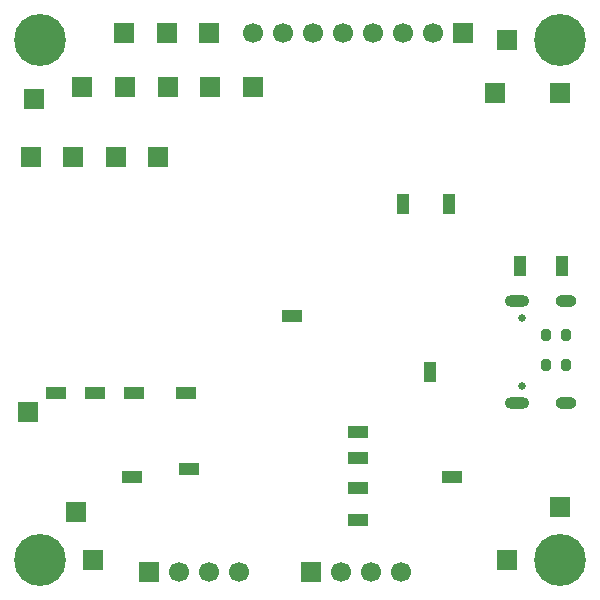
<source format=gbr>
%TF.GenerationSoftware,KiCad,Pcbnew,9.0.5*%
%TF.CreationDate,2026-01-02T01:02:28-05:00*%
%TF.ProjectId,fin-prototype,66696e2d-7072-46f7-946f-747970652e6b,rev?*%
%TF.SameCoordinates,Original*%
%TF.FileFunction,Soldermask,Bot*%
%TF.FilePolarity,Negative*%
%FSLAX46Y46*%
G04 Gerber Fmt 4.6, Leading zero omitted, Abs format (unit mm)*
G04 Created by KiCad (PCBNEW 9.0.5) date 2026-01-02 01:02:28*
%MOMM*%
%LPD*%
G01*
G04 APERTURE LIST*
G04 Aperture macros list*
%AMRoundRect*
0 Rectangle with rounded corners*
0 $1 Rounding radius*
0 $2 $3 $4 $5 $6 $7 $8 $9 X,Y pos of 4 corners*
0 Add a 4 corners polygon primitive as box body*
4,1,4,$2,$3,$4,$5,$6,$7,$8,$9,$2,$3,0*
0 Add four circle primitives for the rounded corners*
1,1,$1+$1,$2,$3*
1,1,$1+$1,$4,$5*
1,1,$1+$1,$6,$7*
1,1,$1+$1,$8,$9*
0 Add four rect primitives between the rounded corners*
20,1,$1+$1,$2,$3,$4,$5,0*
20,1,$1+$1,$4,$5,$6,$7,0*
20,1,$1+$1,$6,$7,$8,$9,0*
20,1,$1+$1,$8,$9,$2,$3,0*%
G04 Aperture macros list end*
%ADD10R,1.700000X1.700000*%
%ADD11C,1.700000*%
%ADD12C,4.400000*%
%ADD13C,0.650000*%
%ADD14O,2.100000X1.000000*%
%ADD15O,1.800000X1.000000*%
%ADD16R,1.800000X1.000000*%
%ADD17R,1.000000X1.800000*%
%ADD18RoundRect,0.200000X-0.200000X-0.275000X0.200000X-0.275000X0.200000X0.275000X-0.200000X0.275000X0*%
G04 APERTURE END LIST*
D10*
%TO.C,J7*%
X136000000Y-56500000D03*
%TD*%
%TO.C,J2*%
X106690000Y-97000000D03*
D11*
X109230000Y-97000000D03*
X111770000Y-97000000D03*
X114310000Y-97000000D03*
%TD*%
D10*
%TO.C,J15*%
X107500000Y-61900000D03*
%TD*%
D12*
%TO.C,H4*%
X97500000Y-96000000D03*
%TD*%
D10*
%TO.C,J8*%
X111800000Y-51400000D03*
%TD*%
%TO.C,TP5*%
X101000000Y-56000000D03*
%TD*%
%TO.C,TP3*%
X100500000Y-92000000D03*
%TD*%
%TO.C,J6*%
X96700000Y-61900000D03*
%TD*%
%TO.C,TP4*%
X137000000Y-96000000D03*
%TD*%
D13*
%TO.C,J1*%
X138320000Y-81295000D03*
X138320000Y-75515000D03*
D14*
X137820000Y-82725000D03*
D15*
X142000000Y-82725000D03*
D14*
X137820000Y-74085000D03*
D15*
X142000000Y-74085000D03*
%TD*%
D10*
%TO.C,J17*%
X104700000Y-56000000D03*
%TD*%
%TO.C,J9*%
X96500000Y-83500000D03*
%TD*%
D12*
%TO.C,H3*%
X141500000Y-96000000D03*
%TD*%
D10*
%TO.C,J11*%
X111900000Y-56000000D03*
%TD*%
%TO.C,TP7*%
X141500000Y-91500000D03*
%TD*%
%TO.C,TP8*%
X102000000Y-96000000D03*
%TD*%
%TO.C,J18*%
X100300000Y-61900000D03*
%TD*%
%TO.C,J12*%
X108200000Y-51400000D03*
%TD*%
D12*
%TO.C,H1*%
X97500000Y-52000000D03*
%TD*%
D10*
%TO.C,J10*%
X115500000Y-56000000D03*
%TD*%
%TO.C,TP6*%
X141500000Y-56500000D03*
%TD*%
%TO.C,J4*%
X133280000Y-51400000D03*
D11*
X130740000Y-51400000D03*
X128200000Y-51400000D03*
X125660000Y-51400000D03*
X123120000Y-51400000D03*
X120580000Y-51400000D03*
X118040000Y-51400000D03*
X115500000Y-51400000D03*
%TD*%
D10*
%TO.C,J3*%
X120420000Y-97000000D03*
D11*
X122960000Y-97000000D03*
X125500000Y-97000000D03*
X128040000Y-97000000D03*
%TD*%
D10*
%TO.C,J16*%
X103900000Y-61900000D03*
%TD*%
%TO.C,J14*%
X104600000Y-51400000D03*
%TD*%
D12*
%TO.C,H2*%
X141500000Y-52000000D03*
%TD*%
D10*
%TO.C,TP1*%
X137000000Y-52000000D03*
%TD*%
%TO.C,TP2*%
X97000000Y-57000000D03*
%TD*%
%TO.C,J13*%
X108300000Y-56000000D03*
%TD*%
D16*
%TO.C,TP21*%
X98800000Y-81900000D03*
%TD*%
%TO.C,TP15*%
X124400000Y-89900000D03*
%TD*%
D17*
%TO.C,TP22*%
X132100000Y-65900000D03*
%TD*%
D16*
%TO.C,TP18*%
X105400000Y-81900000D03*
%TD*%
%TO.C,TP12*%
X124400000Y-87395000D03*
%TD*%
D17*
%TO.C,TP23*%
X128200000Y-65900000D03*
%TD*%
D16*
%TO.C,TP20*%
X109800000Y-81900000D03*
%TD*%
%TO.C,TP16*%
X110100000Y-88300000D03*
%TD*%
D17*
%TO.C,TP24*%
X141700000Y-71100000D03*
%TD*%
D18*
%TO.C,R16*%
X140350000Y-77000000D03*
X142000000Y-77000000D03*
%TD*%
D16*
%TO.C,TP17*%
X105300000Y-89005000D03*
%TD*%
%TO.C,TP19*%
X102100000Y-81900000D03*
%TD*%
%TO.C,TP10*%
X132400000Y-89000000D03*
%TD*%
%TO.C,TP14*%
X118800000Y-75400000D03*
%TD*%
D17*
%TO.C,TP25*%
X138100000Y-71100000D03*
%TD*%
D18*
%TO.C,R15*%
X140350000Y-79510000D03*
X142000000Y-79510000D03*
%TD*%
D17*
%TO.C,TP11*%
X130500000Y-80100000D03*
%TD*%
D16*
%TO.C,TP9*%
X124370000Y-92655000D03*
%TD*%
%TO.C,TP13*%
X124400000Y-85200000D03*
%TD*%
M02*

</source>
